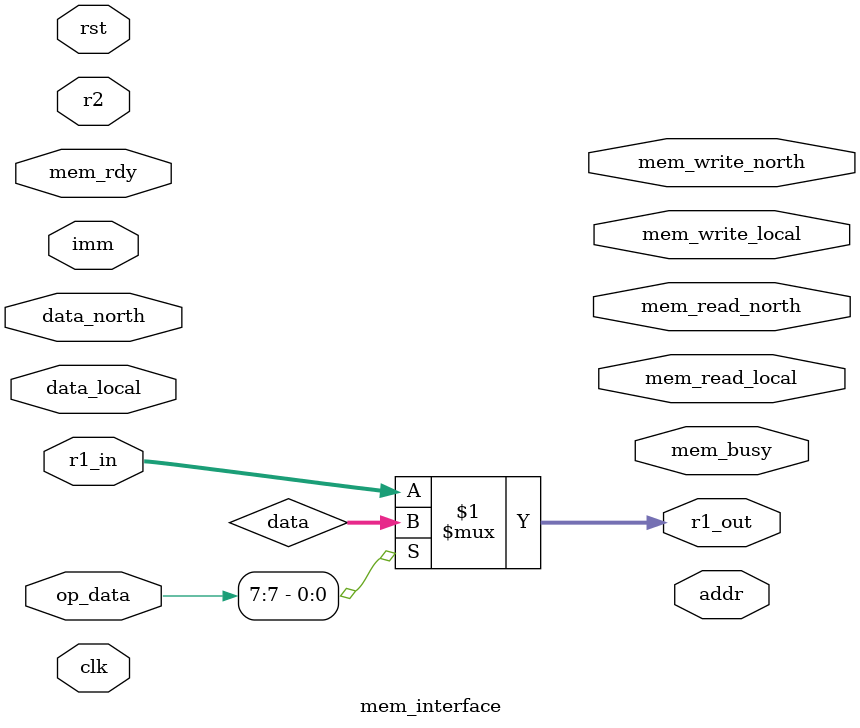
<source format=v>
module mem_interface(
	input [31:0] imm,
	input [31:0] r2,
	input [31:0] r1_in,
	input [14:0] op_data,
	input [31:0] data_north,
	input [31:0] data_local,
	input mem_rdy,
	input clk,
	input rst,
	
	output [31:0]r1_out,
	output reg [31:0]addr,
	output reg mem_read_local,
	output reg mem_read_north,
	output reg mem_write_local,
	output reg mem_write_north,
	output reg mem_busy
);

reg [31:0]data;

assign r1_out =  op_data[7] ? data : r1_in;

always @(posedge clk, negedge rst) begin

	

end


endmodule
</source>
